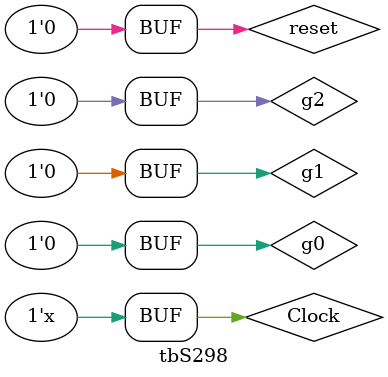
<source format=v>
module tbS298();
  reg Clock=0;
  reg  g0,g1,g2,reset;
  wire g117g, g132g, g66g, g118g, g133g, g67g;
  wire g117n, g132n, g66n, g118n, g133n, g67n;
  always #100 Clock=~Clock;
  Circuit298 uutgolden(Clock,reset,g0, g1, g2, g117g, g132g, g66g, g118g, g133g, g67g);
  Circuit298_net uutnetlist(Clock,reset,g0,g1,g2,g117n,g132n,g66n,g118n,g133n,g67n);
  initial
    begin
    reset=1;
    #300
    reset=0;
    {g2, g1, g0}="001";
    #300
    {g2, g1, g0}="110";
    #300
    {g2, g1, g0}="111";
    #300
    {g2, g1, g0}="000";
    end
endmodule
</source>
